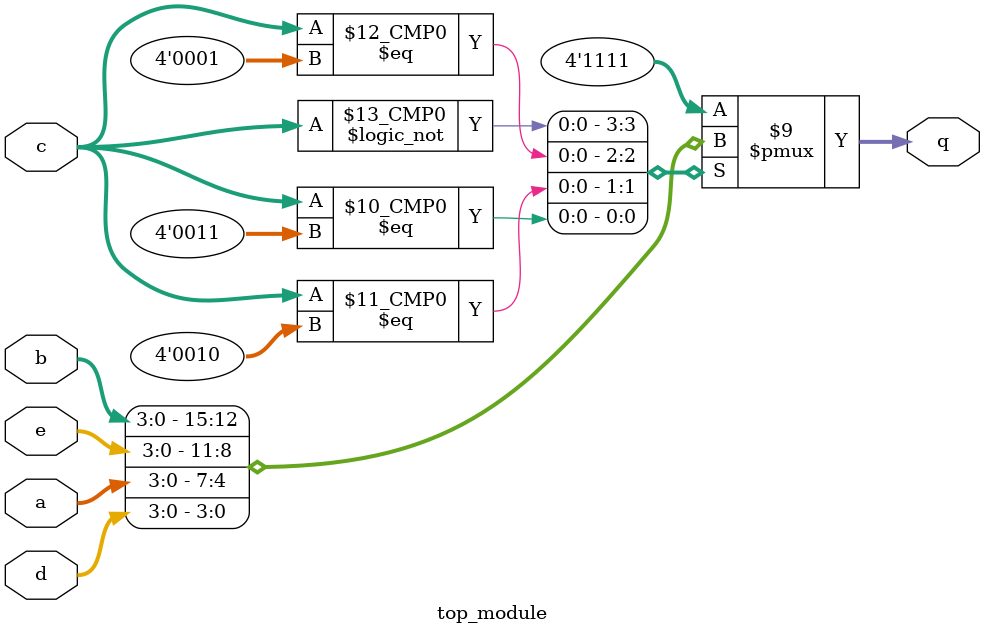
<source format=sv>
module top_module (
    input [3:0] a, 
    input [3:0] b, 
    input [3:0] c, 
    input [3:0] d,
    input [3:0] e,
    output reg [3:0] q
);

    always @(*) begin
        case (c)
            4'd0: q = b;
            4'd1: q = e;
            4'd2: q = a;
            4'd3: q = d;
            4'd4: q = 4'b1111; // f
            4'd5: q = 4'b1111; // f
            4'd6: q = 4'b1111; // f
            4'd7: q = 4'b1111; // f
            4'd8: q = 4'b1111; // f
            4'd9: q = 4'b1111; // f
            default: q = 4'b1111; // f
        endcase
    end

endmodule

</source>
